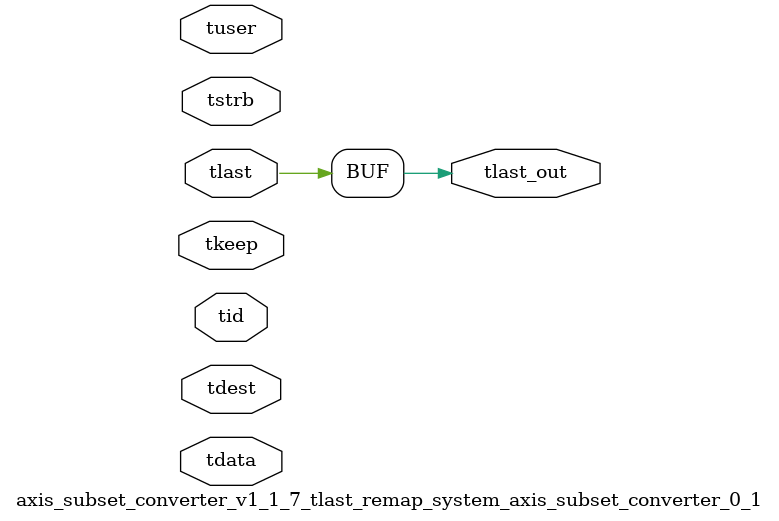
<source format=v>


`timescale 1ps/1ps

module axis_subset_converter_v1_1_7_tlast_remap_system_axis_subset_converter_0_1 #
(
parameter C_S_AXIS_TID_WIDTH   = 1,
parameter C_S_AXIS_TUSER_WIDTH = 0,
parameter C_S_AXIS_TDATA_WIDTH = 0,
parameter C_S_AXIS_TDEST_WIDTH = 0
)
(
input  [(C_S_AXIS_TID_WIDTH   == 0 ? 1 : C_S_AXIS_TID_WIDTH)-1:0       ] tid,
input  [(C_S_AXIS_TDATA_WIDTH == 0 ? 1 : C_S_AXIS_TDATA_WIDTH)-1:0     ] tdata,
input  [(C_S_AXIS_TUSER_WIDTH == 0 ? 1 : C_S_AXIS_TUSER_WIDTH)-1:0     ] tuser,
input  [(C_S_AXIS_TDEST_WIDTH == 0 ? 1 : C_S_AXIS_TDEST_WIDTH)-1:0     ] tdest,
input  [(C_S_AXIS_TDATA_WIDTH/8)-1:0 ] tkeep,
input  [(C_S_AXIS_TDATA_WIDTH/8)-1:0 ] tstrb,
input  [0:0]                                                             tlast,
output                                                                   tlast_out
);

assign tlast_out = {tlast[0]};

endmodule


</source>
